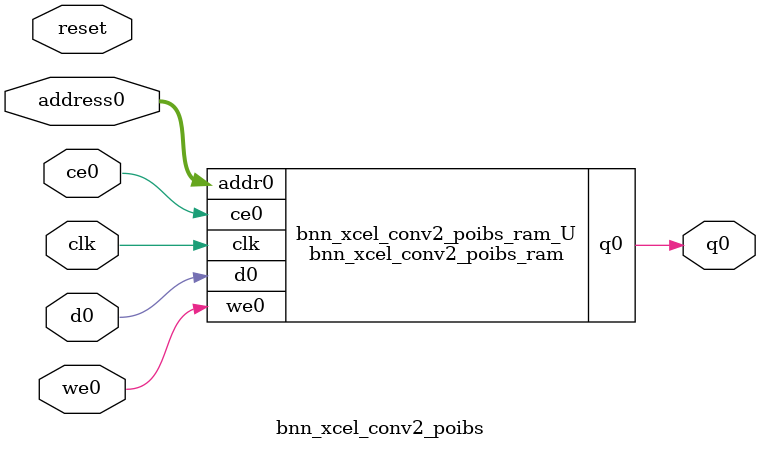
<source format=v>
`timescale 1 ns / 1 ps
module bnn_xcel_conv2_poibs_ram (addr0, ce0, d0, we0, q0,  clk);

parameter DWIDTH = 1;
parameter AWIDTH = 9;
parameter MEM_SIZE = 512;

input[AWIDTH-1:0] addr0;
input ce0;
input[DWIDTH-1:0] d0;
input we0;
output reg[DWIDTH-1:0] q0;
input clk;

(* ram_style = "distributed" *)reg [DWIDTH-1:0] ram[0:MEM_SIZE-1];




always @(posedge clk)  
begin 
    if (ce0) begin
        if (we0) 
            ram[addr0] <= d0; 
        q0 <= ram[addr0];
    end
end


endmodule

`timescale 1 ns / 1 ps
module bnn_xcel_conv2_poibs(
    reset,
    clk,
    address0,
    ce0,
    we0,
    d0,
    q0);

parameter DataWidth = 32'd1;
parameter AddressRange = 32'd512;
parameter AddressWidth = 32'd9;
input reset;
input clk;
input[AddressWidth - 1:0] address0;
input ce0;
input we0;
input[DataWidth - 1:0] d0;
output[DataWidth - 1:0] q0;



bnn_xcel_conv2_poibs_ram bnn_xcel_conv2_poibs_ram_U(
    .clk( clk ),
    .addr0( address0 ),
    .ce0( ce0 ),
    .we0( we0 ),
    .d0( d0 ),
    .q0( q0 ));

endmodule


</source>
